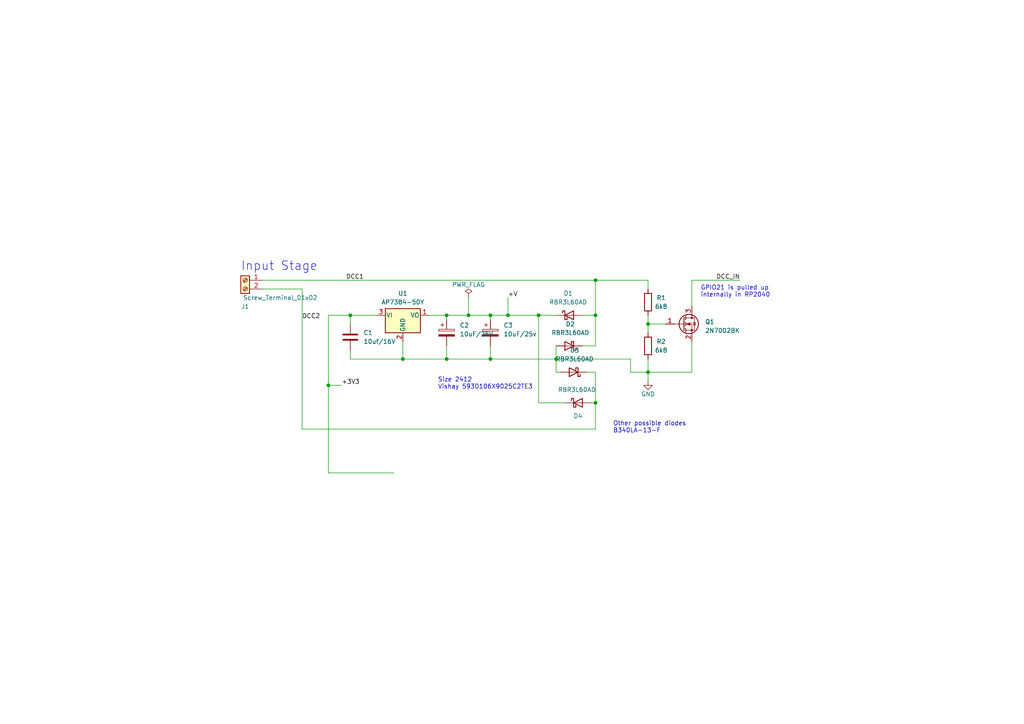
<source format=kicad_sch>
(kicad_sch (version 20230121) (generator eeschema)
  (paper "A4")
  (lib_symbols
    (symbol "Connector:Screw_Terminal_01x02" (pin_names (offset 1.016) hide)
      (property "Reference" "J" (at 0 2.54 0))
      (property "Value" "Screw_Terminal_01x02" (at 0 -5.08 0))
      (symbol "Screw_Terminal_01x02_1_1"
        (rectangle (start -1.27 1.27) (end 1.27 -3.81) (stroke (width 0.254)) (fill (type background)))
        (circle (center 0 -2.54) (radius 0.635) (stroke (width 0.1524)))
        (polyline (pts (xy -0.5334 -2.2098) (xy 0.3302 -3.048)) (stroke (width 0.1524)))
        (polyline (pts (xy -0.5334 0.3302) (xy 0.3302 -0.508)) (stroke (width 0.1524)))
        (polyline (pts (xy -0.3556 -2.032) (xy 0.508 -2.8702)) (stroke (width 0.1524)))
        (polyline (pts (xy -0.3556 0.508) (xy 0.508 -0.3302)) (stroke (width 0.1524)))
        (circle (center 0 0) (radius 0.635) (stroke (width 0.1524)))
        (pin passive line (at -5.08 0 0) (length 3.81) (name "Pin_1") (number "1"))
        (pin passive line (at -5.08 -2.54 0) (length 3.81) (name "Pin_2") (number "2"))
      )
    )
    (symbol "Device:C" (pin_numbers hide) (pin_names (offset 0.254))
      (property "Reference" "C" (at 0.635 2.54 0))
      (property "Value" "C" (at 0.635 -2.54 0))
      (symbol "C_0_1"
        (polyline (pts (xy -2.032 -0.762) (xy 2.032 -0.762)) (stroke (width 0.508)))
        (polyline (pts (xy -2.032 0.762) (xy 2.032 0.762)) (stroke (width 0.508)))
      )
      (symbol "C_1_1"
        (pin passive line (at 0 3.81 270) (length 2.794) (name "~") (number "1"))
        (pin passive line (at 0 -3.81 90) (length 2.794) (name "~") (number "2"))
      )
    )
    (symbol "Device:C_Polarized" (pin_numbers hide) (pin_names (offset 0.254))
      (property "Reference" "C" (at 0.635 2.54 0))
      (property "Value" "C_Polarized" (at 0.635 -2.54 0))
      (symbol "C_Polarized_0_1"
        (rectangle (start -2.286 0.508) (end 2.286 1.016))
        (polyline (pts (xy -1.778 2.286) (xy -0.762 2.286)))
        (polyline (pts (xy -1.27 2.794) (xy -1.27 1.778)))
        (rectangle (start 2.286 -0.508) (end -2.286 -1.016) (fill (type outline)))
      )
      (symbol "C_Polarized_1_1"
        (pin passive line (at 0 3.81 270) (length 2.794) (name "~") (number "1"))
        (pin passive line (at 0 -3.81 90) (length 2.794) (name "~") (number "2"))
      )
    )
    (symbol "Device:D_Schottky" (pin_numbers hide) (pin_names (offset 1.016) hide)
      (property "Reference" "D" (at 0 2.54 0))
      (property "Value" "D_Schottky" (at 0 -2.54 0))
      (symbol "D_Schottky_0_1"
        (polyline (pts (xy 1.27 0) (xy -1.27 0)))
        (polyline (pts (xy 1.27 1.27) (xy 1.27 -1.27) (xy -1.27 0) (xy 1.27 1.27)) (stroke (width 0.254)))
        (polyline (pts (xy -1.905 0.635) (xy -1.905 1.27) (xy -1.27 1.27) (xy -1.27 -1.27) (xy -0.635 -1.27) (xy -0.635 -0.635)) (stroke (width 0.254)))
      )
      (symbol "D_Schottky_1_1"
        (pin passive line (at -3.81 0 0) (length 2.54) (name "K") (number "1"))
        (pin passive line (at 3.81 0 180) (length 2.54) (name "A") (number "2"))
      )
    )
    (symbol "Device:R" (pin_numbers hide) (pin_names (offset 0))
      (property "Reference" "R" (at 2.032 0 90))
      (property "Value" "R" (at 0 0 90))
      (symbol "R_0_1"
        (rectangle (start -1.016 -2.54) (end 1.016 2.54) (stroke (width 0.254)))
      )
      (symbol "R_1_1"
        (pin passive line (at 0 3.81 270) (length 1.27) (name "~") (number "1"))
        (pin passive line (at 0 -3.81 90) (length 1.27) (name "~") (number "2"))
      )
    )
    (symbol "Regulator_Linear:AP7384-50Y" (pin_names (offset 0.254))
      (property "Reference" "U" (at -3.81 3.175 0))
      (property "Value" "AP7384-50Y" (at 0 3.175 0))
      (symbol "AP7384-50Y_0_1"
        (rectangle (start -5.08 1.905) (end 5.08 -5.08) (stroke (width 0.254)) (fill (type background)))
      )
      (symbol "AP7384-50Y_1_1"
        (pin power_out line (at 7.62 0 180) (length 2.54) (name "VO") (number "1"))
        (pin power_in line (at 0 -7.62 90) (length 2.54) (name "GND") (number "2"))
        (pin power_in line (at -7.62 0 0) (length 2.54) (name "VI") (number "3"))
      )
    )
    (symbol "Transistor_FET:2N7002K" (pin_names hide)
      (property "Reference" "Q" (at 5.08 1.905 0))
      (property "Value" "2N7002K" (at 5.08 0 0))
      (symbol "2N7002K_0_1"
        (polyline (pts (xy 0.254 0) (xy -2.54 0)))
        (polyline (pts (xy 0.254 1.905) (xy 0.254 -1.905)) (stroke (width 0.254)))
        (polyline (pts (xy 0.762 -1.27) (xy 0.762 -2.286)) (stroke (width 0.254)))
        (polyline (pts (xy 0.762 0.508) (xy 0.762 -0.508)) (stroke (width 0.254)))
        (polyline (pts (xy 0.762 2.286) (xy 0.762 1.27)) (stroke (width 0.254)))
        (polyline (pts (xy 2.54 2.54) (xy 2.54 1.778)))
        (polyline (pts (xy 2.54 -2.54) (xy 2.54 0) (xy 0.762 0)))
        (polyline (pts (xy 0.762 -1.778) (xy 3.302 -1.778) (xy 3.302 1.778) (xy 0.762 1.778)))
        (polyline (pts (xy 1.016 0) (xy 2.032 0.381) (xy 2.032 -0.381) (xy 1.016 0)) (fill (type outline)))
        (polyline (pts (xy 2.794 0.508) (xy 2.921 0.381) (xy 3.683 0.381) (xy 3.81 0.254)))
        (polyline (pts (xy 3.302 0.381) (xy 2.921 -0.254) (xy 3.683 -0.254) (xy 3.302 0.381)))
        (circle (center 1.651 0) (radius 2.794) (stroke (width 0.254)))
        (circle (center 2.54 -1.778) (radius 0.254) (fill (type outline)))
        (circle (center 2.54 1.778) (radius 0.254) (fill (type outline)))
      )
      (symbol "2N7002K_1_1"
        (pin input line (at -5.08 0 0) (length 2.54) (name "G") (number "1"))
        (pin passive line (at 2.54 -5.08 90) (length 2.54) (name "S") (number "2"))
        (pin passive line (at 2.54 5.08 270) (length 2.54) (name "D") (number "3"))
      )
    )
    (symbol "power:GND" (power) (pin_names (offset 0))
      (property "Value" "GND" (at 0 -3.81 0))
      (symbol "GND_0_1"
        (polyline (pts (xy 0 0) (xy 0 -1.27) (xy 1.27 -1.27) (xy 0 -2.54) (xy -1.27 -1.27) (xy 0 -1.27)))
      )
      (symbol "GND_1_1"
        (pin power_in line (at 0 0 270) (length 0) hide (name "GND") (number "1"))
      )
    )
    (symbol "power:PWR_FLAG" (power) (pin_numbers hide) (pin_names (offset 0) hide)
      (property "Value" "PWR_FLAG" (at 0 3.81 0))
      (symbol "PWR_FLAG_0_0"
        (pin power_out line (at 0 0 90) (length 0) (name "pwr") (number "1"))
      )
      (symbol "PWR_FLAG_0_1"
        (polyline (pts (xy 0 0) (xy 0 1.27) (xy -1.016 1.905) (xy 0 2.54) (xy 1.016 1.905) (xy 0 1.27)))
      )
    )
  )
  (junction (at 172.72 116.84))
  (junction (at 129.54 91.44))
  (junction (at 142.24 91.44))
  (junction (at 161.29 104.14))
  (junction (at 147.32 91.44))
  (junction (at 187.96 107.95))
  (junction (at 135.89 91.44))
  (junction (at 101.6 91.44))
  (junction (at 142.24 104.14))
  (junction (at 129.54 104.14))
  (junction (at 172.72 91.44))
  (junction (at 116.84 104.14))
  (junction (at 172.72 81.28))
  (junction (at 156.21 91.44))
  (junction (at 187.96 93.98))
  (junction (at 95.25 111.76))
  (wire (pts (xy 142.24 91.44) (xy 147.32 91.44)))
  (wire (pts (xy 156.21 116.84) (xy 163.83 116.84)))
  (wire (pts (xy 116.84 104.14) (xy 129.54 104.14)))
  (wire (pts (xy 142.24 104.14) (xy 161.29 104.14)))
  (wire (pts (xy 172.72 81.28) (xy 172.72 91.44)))
  (wire (pts (xy 101.6 91.44) (xy 101.6 93.98)))
  (wire (pts (xy 187.96 81.28) (xy 187.96 83.82)))
  (wire (pts (xy 172.72 81.28) (xy 187.96 81.28)))
  (wire (pts (xy 200.66 99.06) (xy 200.66 107.95)))
  (wire (pts (xy 147.32 91.44) (xy 156.21 91.44)))
  (wire (pts (xy 76.2 81.28) (xy 172.72 81.28)))
  (wire (pts (xy 135.89 86.36) (xy 135.89 91.44)))
  (wire (pts (xy 182.88 104.14) (xy 182.88 107.95)))
  (wire (pts (xy 95.25 91.44) (xy 95.25 111.76)))
  (wire (pts (xy 87.63 124.46) (xy 172.72 124.46)))
  (wire (pts (xy 187.96 107.95) (xy 187.96 110.49)))
  (wire (pts (xy 172.72 116.84) (xy 171.45 116.84)))
  (wire (pts (xy 129.54 100.33) (xy 129.54 104.14)))
  (wire (pts (xy 129.54 91.44) (xy 129.54 92.71)))
  (wire (pts (xy 187.96 93.98) (xy 187.96 96.52)))
  (wire (pts (xy 101.6 104.14) (xy 101.6 101.6)))
  (wire (pts (xy 156.21 91.44) (xy 161.29 91.44)))
  (wire (pts (xy 116.84 104.14) (xy 101.6 104.14)))
  (wire (pts (xy 200.66 81.28) (xy 200.66 88.9)))
  (wire (pts (xy 95.25 111.76) (xy 95.25 137.16)))
  (wire (pts (xy 135.89 91.44) (xy 142.24 91.44)))
  (wire (pts (xy 116.84 99.06) (xy 116.84 104.14)))
  (wire (pts (xy 142.24 100.33) (xy 142.24 104.14)))
  (wire (pts (xy 95.25 91.44) (xy 101.6 91.44)))
  (wire (pts (xy 147.32 86.36) (xy 147.32 91.44)))
  (wire (pts (xy 172.72 107.95) (xy 170.18 107.95)))
  (wire (pts (xy 187.96 91.44) (xy 187.96 93.98)))
  (wire (pts (xy 200.66 81.28) (xy 214.63 81.28)))
  (wire (pts (xy 161.29 100.33) (xy 161.29 104.14)))
  (wire (pts (xy 187.96 93.98) (xy 193.04 93.98)))
  (wire (pts (xy 161.29 104.14) (xy 182.88 104.14)))
  (wire (pts (xy 101.6 91.44) (xy 109.22 91.44)))
  (wire (pts (xy 76.2 83.82) (xy 87.63 83.82)))
  (wire (pts (xy 124.46 91.44) (xy 129.54 91.44)))
  (wire (pts (xy 172.72 91.44) (xy 168.91 91.44)))
  (wire (pts (xy 187.96 104.14) (xy 187.96 107.95)))
  (wire (pts (xy 95.25 137.16) (xy 114.3 137.16)))
  (wire (pts (xy 161.29 104.14) (xy 161.29 107.95)))
  (wire (pts (xy 172.72 116.84) (xy 172.72 107.95)))
  (wire (pts (xy 87.63 83.82) (xy 87.63 124.46)))
  (wire (pts (xy 182.88 107.95) (xy 187.96 107.95)))
  (wire (pts (xy 161.29 107.95) (xy 162.56 107.95)))
  (wire (pts (xy 172.72 91.44) (xy 172.72 100.33)))
  (wire (pts (xy 95.25 111.76) (xy 99.06 111.76)))
  (wire (pts (xy 156.21 91.44) (xy 156.21 116.84)))
  (wire (pts (xy 129.54 104.14) (xy 142.24 104.14)))
  (wire (pts (xy 129.54 91.44) (xy 135.89 91.44)))
  (wire (pts (xy 142.24 91.44) (xy 142.24 92.71)))
  (wire (pts (xy 172.72 100.33) (xy 168.91 100.33)))
  (wire (pts (xy 172.72 124.46) (xy 172.72 116.84)))
  (wire (pts (xy 187.96 107.95) (xy 200.66 107.95)))
  (text "Size 2412\nVishay 593D106X9025C2TE3" (at 127 113.03 0) (effects (font (size 1.27 1.27)) (justify left bottom)))
  (text "GPIO21 is pulled up\ninternally in RP2040" (at 203.2 86.36 0) (effects (font (size 1.27 1.27)) (justify left bottom)))
  (text "Other possible diodes\nB340LA-13-F" (at 177.8 125.73 0) (effects (font (size 1.27 1.27)) (justify left bottom)))
  (text "Input Stage" (at 69.85 78.74 0) (effects (font (size 2.54 2.54)) (justify left bottom)))
  (label "DCC1" (at 100.33 81.28 0))
  (label "DCC2" (at 87.63 92.71 0))
  (label "+V" (at 147.32 86.36 0))
  (label "DCC_IN" (at 214.63 81.28 180))
  (label "+3V3" (at 99.06 111.76 0))
  (symbol (lib_id "Device:D_Schottky") (at 165.1 100.33 180) (unit 1)
    (property "Reference" "D2" (at 165.4175 93.98 0))
    (property "Value" "RBR3L60AD" (at 165.4175 96.52 0))
    (property "Footprint" "Diode_SMD:D_SMA_Handsoldering" (effects hide))
  )
  (symbol (lib_id "Device:D_Schottky") (at 167.64 116.84 0) (unit 1)
    (property "Reference" "D4" (at 167.64 120.65 0))
    (property "Value" "RBR3L60AD" (at 167.3225 113.03 0))
    (property "Footprint" "Diode_SMD:D_SMA_Handsoldering" (effects hide))
  )
  (symbol (lib_id "power:GND") (at 187.96 110.49 0) (mirror y) (unit 1)
    (property "Reference" "#PWR01" (effects hide))
    (property "Value" "GND" (at 187.96 114.3 0))
  )
  (symbol (lib_id "Transistor_FET:2N7002K") (at 198.12 93.98 0) (unit 1)
    (property "Reference" "Q1" (at 204.47 93.345 0) (effects (justify left)))
    (property "Value" "2N7002BK" (at 204.47 95.885 0) (effects (justify left)))
    (property "Footprint" "Package_TO_SOT_SMD:SOT-23_Handsoldering" (effects hide))
    (property "Datasheet" "https://www.diodes.com/assets/Datasheets/ds30896.pdf" (effects hide))
  )
  (symbol (lib_id "Device:D_Schottky") (at 166.37 107.95 180) (unit 1)
    (property "Reference" "D3" (at 166.6875 101.6 0))
    (property "Value" "RBR3L60AD" (at 166.6875 104.14 0))
    (property "Footprint" "Diode_SMD:D_SMA_Handsoldering" (effects hide))
  )
  (symbol (lib_id "Regulator_Linear:AP7384-50Y") (at 116.84 91.44 0) (unit 1)
    (property "Reference" "U1" (at 116.84 85.09 0))
    (property "Value" "AP7384-50Y" (at 116.84 87.63 0))
    (property "Footprint" "Package_TO_SOT_SMD:SOT-89-3" (effects hide))
    (property "Datasheet" "https://www.diodes.com/assets/Datasheets/AP7384.pdf" (effects hide))
  )
  (symbol (lib_id "Device:R") (at 187.96 87.63 180) (unit 1)
    (property "Reference" "R1" (at 191.77 86.36 0))
    (property "Value" "6k8" (at 191.77 88.9 0))
    (property "Footprint" "Resistor_SMD:R_0805_2012Metric_Pad1.20x1.40mm_HandSolder" (effects hide))
  )
  (symbol (lib_id "Device:R") (at 187.96 100.33 180) (unit 1)
    (property "Reference" "R2" (at 191.77 99.06 0))
    (property "Value" "6k8" (at 191.77 101.6 0))
    (property "Footprint" "Resistor_SMD:R_0805_2012Metric_Pad1.20x1.40mm_HandSolder" (effects hide))
  )
  (symbol (lib_id "power:PWR_FLAG") (at 135.89 86.36 0) (unit 1)
    (property "Reference" "#FLG01" (effects hide))
    (property "Value" "PWR_FLAG" (at 135.89 82.55 0))
  )
  (symbol (lib_id "Device:D_Schottky") (at 165.1 91.44 0) (unit 1)
    (property "Reference" "D1" (at 164.7825 85.09 0))
    (property "Value" "RBR3L60AD" (at 164.7825 87.63 0))
    (property "Footprint" "Diode_SMD:D_SMA_Handsoldering" (effects hide))
  )
  (symbol (lib_id "Device:C") (at 101.6 97.79 0) (unit 1)
    (property "Reference" "C1" (at 105.41 96.52 0) (effects (justify left)))
    (property "Value" "10uf/16V" (at 105.41 99.06 0) (effects (justify left)))
    (property "Footprint" "Capacitor_SMD:C_1206_3216Metric_Pad1.33x1.80mm_HandSolder" (effects hide))
  )
  (symbol (lib_id "Connector:Screw_Terminal_01x02") (at 71.12 81.28 0) (mirror y) (unit 1)
    (property "Reference" "J1" (at 71.12 88.9 0))
    (property "Value" "Screw_Terminal_01x02" (at 81.28 86.36 0))
    (property "Footprint" "TerminalBlock_Phoenix:TerminalBlock_Phoenix_PT-1,5-2-3.5-H_1x02_P3.50mm_Horizontal" (effects hide))
  )
  (symbol (lib_id "Device:C_Polarized") (at 142.24 96.52 0) (unit 1)
    (property "Reference" "C3" (at 146.05 94.361 0) (effects (justify left)))
    (property "Value" "10uF/25v" (at 146.05 96.901 0) (effects (justify left)))
    (property "Footprint" "Capacitor_Tantalum_SMD:CP_EIA-6032-20_AVX-F_Pad2.25x2.35mm_HandSolder" (effects hide))
  )
  (symbol (lib_id "Device:C_Polarized") (at 129.54 96.52 0) (unit 1)
    (property "Reference" "C2" (at 133.35 94.361 0) (effects (justify left)))
    (property "Value" "10uF/25V" (at 133.35 96.901 0) (effects (justify left)))
    (property "Footprint" "Capacitor_Tantalum_SMD:CP_EIA-6032-20_AVX-F_Pad2.25x2.35mm_HandSolder" (effects hide))
  )
)
</source>
